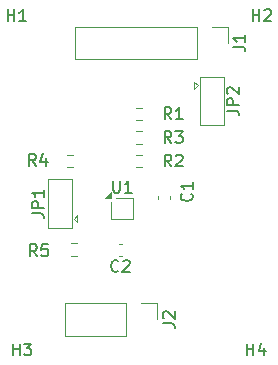
<source format=gbr>
%TF.GenerationSoftware,KiCad,Pcbnew,9.0.3*%
%TF.CreationDate,2025-08-01T20:51:34+05:30*%
%TF.ProjectId,BQ27621-G1_Breakout_Board_v1,42513237-3632-4312-9d47-315f42726561,rev?*%
%TF.SameCoordinates,Original*%
%TF.FileFunction,Legend,Top*%
%TF.FilePolarity,Positive*%
%FSLAX46Y46*%
G04 Gerber Fmt 4.6, Leading zero omitted, Abs format (unit mm)*
G04 Created by KiCad (PCBNEW 9.0.3) date 2025-08-01 20:51:34*
%MOMM*%
%LPD*%
G01*
G04 APERTURE LIST*
%ADD10C,0.150000*%
%ADD11C,0.120000*%
G04 APERTURE END LIST*
D10*
X148614819Y-83883333D02*
X149329104Y-83883333D01*
X149329104Y-83883333D02*
X149471961Y-83930952D01*
X149471961Y-83930952D02*
X149567200Y-84026190D01*
X149567200Y-84026190D02*
X149614819Y-84169047D01*
X149614819Y-84169047D02*
X149614819Y-84264285D01*
X149614819Y-82883333D02*
X149614819Y-83454761D01*
X149614819Y-83169047D02*
X148614819Y-83169047D01*
X148614819Y-83169047D02*
X148757676Y-83264285D01*
X148757676Y-83264285D02*
X148852914Y-83359523D01*
X148852914Y-83359523D02*
X148900533Y-83454761D01*
X143358333Y-90004819D02*
X143025000Y-89528628D01*
X142786905Y-90004819D02*
X142786905Y-89004819D01*
X142786905Y-89004819D02*
X143167857Y-89004819D01*
X143167857Y-89004819D02*
X143263095Y-89052438D01*
X143263095Y-89052438D02*
X143310714Y-89100057D01*
X143310714Y-89100057D02*
X143358333Y-89195295D01*
X143358333Y-89195295D02*
X143358333Y-89338152D01*
X143358333Y-89338152D02*
X143310714Y-89433390D01*
X143310714Y-89433390D02*
X143263095Y-89481009D01*
X143263095Y-89481009D02*
X143167857Y-89528628D01*
X143167857Y-89528628D02*
X142786905Y-89528628D01*
X144310714Y-90004819D02*
X143739286Y-90004819D01*
X144025000Y-90004819D02*
X144025000Y-89004819D01*
X144025000Y-89004819D02*
X143929762Y-89147676D01*
X143929762Y-89147676D02*
X143834524Y-89242914D01*
X143834524Y-89242914D02*
X143739286Y-89290533D01*
X148054819Y-89283333D02*
X148769104Y-89283333D01*
X148769104Y-89283333D02*
X148911961Y-89330952D01*
X148911961Y-89330952D02*
X149007200Y-89426190D01*
X149007200Y-89426190D02*
X149054819Y-89569047D01*
X149054819Y-89569047D02*
X149054819Y-89664285D01*
X149054819Y-88807142D02*
X148054819Y-88807142D01*
X148054819Y-88807142D02*
X148054819Y-88426190D01*
X148054819Y-88426190D02*
X148102438Y-88330952D01*
X148102438Y-88330952D02*
X148150057Y-88283333D01*
X148150057Y-88283333D02*
X148245295Y-88235714D01*
X148245295Y-88235714D02*
X148388152Y-88235714D01*
X148388152Y-88235714D02*
X148483390Y-88283333D01*
X148483390Y-88283333D02*
X148531009Y-88330952D01*
X148531009Y-88330952D02*
X148578628Y-88426190D01*
X148578628Y-88426190D02*
X148578628Y-88807142D01*
X148150057Y-87854761D02*
X148102438Y-87807142D01*
X148102438Y-87807142D02*
X148054819Y-87711904D01*
X148054819Y-87711904D02*
X148054819Y-87473809D01*
X148054819Y-87473809D02*
X148102438Y-87378571D01*
X148102438Y-87378571D02*
X148150057Y-87330952D01*
X148150057Y-87330952D02*
X148245295Y-87283333D01*
X148245295Y-87283333D02*
X148340533Y-87283333D01*
X148340533Y-87283333D02*
X148483390Y-87330952D01*
X148483390Y-87330952D02*
X149054819Y-87902380D01*
X149054819Y-87902380D02*
X149054819Y-87283333D01*
X149738095Y-110004819D02*
X149738095Y-109004819D01*
X149738095Y-109481009D02*
X150309523Y-109481009D01*
X150309523Y-110004819D02*
X150309523Y-109004819D01*
X151214285Y-109338152D02*
X151214285Y-110004819D01*
X150976190Y-108957200D02*
X150738095Y-109671485D01*
X150738095Y-109671485D02*
X151357142Y-109671485D01*
X131883333Y-93954819D02*
X131550000Y-93478628D01*
X131311905Y-93954819D02*
X131311905Y-92954819D01*
X131311905Y-92954819D02*
X131692857Y-92954819D01*
X131692857Y-92954819D02*
X131788095Y-93002438D01*
X131788095Y-93002438D02*
X131835714Y-93050057D01*
X131835714Y-93050057D02*
X131883333Y-93145295D01*
X131883333Y-93145295D02*
X131883333Y-93288152D01*
X131883333Y-93288152D02*
X131835714Y-93383390D01*
X131835714Y-93383390D02*
X131788095Y-93431009D01*
X131788095Y-93431009D02*
X131692857Y-93478628D01*
X131692857Y-93478628D02*
X131311905Y-93478628D01*
X132740476Y-93288152D02*
X132740476Y-93954819D01*
X132502381Y-92907200D02*
X132264286Y-93621485D01*
X132264286Y-93621485D02*
X132883333Y-93621485D01*
X145059580Y-96316666D02*
X145107200Y-96364285D01*
X145107200Y-96364285D02*
X145154819Y-96507142D01*
X145154819Y-96507142D02*
X145154819Y-96602380D01*
X145154819Y-96602380D02*
X145107200Y-96745237D01*
X145107200Y-96745237D02*
X145011961Y-96840475D01*
X145011961Y-96840475D02*
X144916723Y-96888094D01*
X144916723Y-96888094D02*
X144726247Y-96935713D01*
X144726247Y-96935713D02*
X144583390Y-96935713D01*
X144583390Y-96935713D02*
X144392914Y-96888094D01*
X144392914Y-96888094D02*
X144297676Y-96840475D01*
X144297676Y-96840475D02*
X144202438Y-96745237D01*
X144202438Y-96745237D02*
X144154819Y-96602380D01*
X144154819Y-96602380D02*
X144154819Y-96507142D01*
X144154819Y-96507142D02*
X144202438Y-96364285D01*
X144202438Y-96364285D02*
X144250057Y-96316666D01*
X145154819Y-95364285D02*
X145154819Y-95935713D01*
X145154819Y-95649999D02*
X144154819Y-95649999D01*
X144154819Y-95649999D02*
X144297676Y-95745237D01*
X144297676Y-95745237D02*
X144392914Y-95840475D01*
X144392914Y-95840475D02*
X144440533Y-95935713D01*
X131983333Y-101604819D02*
X131650000Y-101128628D01*
X131411905Y-101604819D02*
X131411905Y-100604819D01*
X131411905Y-100604819D02*
X131792857Y-100604819D01*
X131792857Y-100604819D02*
X131888095Y-100652438D01*
X131888095Y-100652438D02*
X131935714Y-100700057D01*
X131935714Y-100700057D02*
X131983333Y-100795295D01*
X131983333Y-100795295D02*
X131983333Y-100938152D01*
X131983333Y-100938152D02*
X131935714Y-101033390D01*
X131935714Y-101033390D02*
X131888095Y-101081009D01*
X131888095Y-101081009D02*
X131792857Y-101128628D01*
X131792857Y-101128628D02*
X131411905Y-101128628D01*
X132888095Y-100604819D02*
X132411905Y-100604819D01*
X132411905Y-100604819D02*
X132364286Y-101081009D01*
X132364286Y-101081009D02*
X132411905Y-101033390D01*
X132411905Y-101033390D02*
X132507143Y-100985771D01*
X132507143Y-100985771D02*
X132745238Y-100985771D01*
X132745238Y-100985771D02*
X132840476Y-101033390D01*
X132840476Y-101033390D02*
X132888095Y-101081009D01*
X132888095Y-101081009D02*
X132935714Y-101176247D01*
X132935714Y-101176247D02*
X132935714Y-101414342D01*
X132935714Y-101414342D02*
X132888095Y-101509580D01*
X132888095Y-101509580D02*
X132840476Y-101557200D01*
X132840476Y-101557200D02*
X132745238Y-101604819D01*
X132745238Y-101604819D02*
X132507143Y-101604819D01*
X132507143Y-101604819D02*
X132411905Y-101557200D01*
X132411905Y-101557200D02*
X132364286Y-101509580D01*
X129938095Y-110004819D02*
X129938095Y-109004819D01*
X129938095Y-109481009D02*
X130509523Y-109481009D01*
X130509523Y-110004819D02*
X130509523Y-109004819D01*
X130890476Y-109004819D02*
X131509523Y-109004819D01*
X131509523Y-109004819D02*
X131176190Y-109385771D01*
X131176190Y-109385771D02*
X131319047Y-109385771D01*
X131319047Y-109385771D02*
X131414285Y-109433390D01*
X131414285Y-109433390D02*
X131461904Y-109481009D01*
X131461904Y-109481009D02*
X131509523Y-109576247D01*
X131509523Y-109576247D02*
X131509523Y-109814342D01*
X131509523Y-109814342D02*
X131461904Y-109909580D01*
X131461904Y-109909580D02*
X131414285Y-109957200D01*
X131414285Y-109957200D02*
X131319047Y-110004819D01*
X131319047Y-110004819D02*
X131033333Y-110004819D01*
X131033333Y-110004819D02*
X130938095Y-109957200D01*
X130938095Y-109957200D02*
X130890476Y-109909580D01*
X131562319Y-97983333D02*
X132276604Y-97983333D01*
X132276604Y-97983333D02*
X132419461Y-98030952D01*
X132419461Y-98030952D02*
X132514700Y-98126190D01*
X132514700Y-98126190D02*
X132562319Y-98269047D01*
X132562319Y-98269047D02*
X132562319Y-98364285D01*
X132562319Y-97507142D02*
X131562319Y-97507142D01*
X131562319Y-97507142D02*
X131562319Y-97126190D01*
X131562319Y-97126190D02*
X131609938Y-97030952D01*
X131609938Y-97030952D02*
X131657557Y-96983333D01*
X131657557Y-96983333D02*
X131752795Y-96935714D01*
X131752795Y-96935714D02*
X131895652Y-96935714D01*
X131895652Y-96935714D02*
X131990890Y-96983333D01*
X131990890Y-96983333D02*
X132038509Y-97030952D01*
X132038509Y-97030952D02*
X132086128Y-97126190D01*
X132086128Y-97126190D02*
X132086128Y-97507142D01*
X132562319Y-95983333D02*
X132562319Y-96554761D01*
X132562319Y-96269047D02*
X131562319Y-96269047D01*
X131562319Y-96269047D02*
X131705176Y-96364285D01*
X131705176Y-96364285D02*
X131800414Y-96459523D01*
X131800414Y-96459523D02*
X131848033Y-96554761D01*
X129488095Y-81704819D02*
X129488095Y-80704819D01*
X129488095Y-81181009D02*
X130059523Y-81181009D01*
X130059523Y-81704819D02*
X130059523Y-80704819D01*
X131059523Y-81704819D02*
X130488095Y-81704819D01*
X130773809Y-81704819D02*
X130773809Y-80704819D01*
X130773809Y-80704819D02*
X130678571Y-80847676D01*
X130678571Y-80847676D02*
X130583333Y-80942914D01*
X130583333Y-80942914D02*
X130488095Y-80990533D01*
X138438095Y-95214819D02*
X138438095Y-96024342D01*
X138438095Y-96024342D02*
X138485714Y-96119580D01*
X138485714Y-96119580D02*
X138533333Y-96167200D01*
X138533333Y-96167200D02*
X138628571Y-96214819D01*
X138628571Y-96214819D02*
X138819047Y-96214819D01*
X138819047Y-96214819D02*
X138914285Y-96167200D01*
X138914285Y-96167200D02*
X138961904Y-96119580D01*
X138961904Y-96119580D02*
X139009523Y-96024342D01*
X139009523Y-96024342D02*
X139009523Y-95214819D01*
X140009523Y-96214819D02*
X139438095Y-96214819D01*
X139723809Y-96214819D02*
X139723809Y-95214819D01*
X139723809Y-95214819D02*
X139628571Y-95357676D01*
X139628571Y-95357676D02*
X139533333Y-95452914D01*
X139533333Y-95452914D02*
X139438095Y-95500533D01*
X142634819Y-107283333D02*
X143349104Y-107283333D01*
X143349104Y-107283333D02*
X143491961Y-107330952D01*
X143491961Y-107330952D02*
X143587200Y-107426190D01*
X143587200Y-107426190D02*
X143634819Y-107569047D01*
X143634819Y-107569047D02*
X143634819Y-107664285D01*
X142730057Y-106854761D02*
X142682438Y-106807142D01*
X142682438Y-106807142D02*
X142634819Y-106711904D01*
X142634819Y-106711904D02*
X142634819Y-106473809D01*
X142634819Y-106473809D02*
X142682438Y-106378571D01*
X142682438Y-106378571D02*
X142730057Y-106330952D01*
X142730057Y-106330952D02*
X142825295Y-106283333D01*
X142825295Y-106283333D02*
X142920533Y-106283333D01*
X142920533Y-106283333D02*
X143063390Y-106330952D01*
X143063390Y-106330952D02*
X143634819Y-106902380D01*
X143634819Y-106902380D02*
X143634819Y-106283333D01*
X143358333Y-94004819D02*
X143025000Y-93528628D01*
X142786905Y-94004819D02*
X142786905Y-93004819D01*
X142786905Y-93004819D02*
X143167857Y-93004819D01*
X143167857Y-93004819D02*
X143263095Y-93052438D01*
X143263095Y-93052438D02*
X143310714Y-93100057D01*
X143310714Y-93100057D02*
X143358333Y-93195295D01*
X143358333Y-93195295D02*
X143358333Y-93338152D01*
X143358333Y-93338152D02*
X143310714Y-93433390D01*
X143310714Y-93433390D02*
X143263095Y-93481009D01*
X143263095Y-93481009D02*
X143167857Y-93528628D01*
X143167857Y-93528628D02*
X142786905Y-93528628D01*
X143739286Y-93100057D02*
X143786905Y-93052438D01*
X143786905Y-93052438D02*
X143882143Y-93004819D01*
X143882143Y-93004819D02*
X144120238Y-93004819D01*
X144120238Y-93004819D02*
X144215476Y-93052438D01*
X144215476Y-93052438D02*
X144263095Y-93100057D01*
X144263095Y-93100057D02*
X144310714Y-93195295D01*
X144310714Y-93195295D02*
X144310714Y-93290533D01*
X144310714Y-93290533D02*
X144263095Y-93433390D01*
X144263095Y-93433390D02*
X143691667Y-94004819D01*
X143691667Y-94004819D02*
X144310714Y-94004819D01*
X138883333Y-102839580D02*
X138835714Y-102887200D01*
X138835714Y-102887200D02*
X138692857Y-102934819D01*
X138692857Y-102934819D02*
X138597619Y-102934819D01*
X138597619Y-102934819D02*
X138454762Y-102887200D01*
X138454762Y-102887200D02*
X138359524Y-102791961D01*
X138359524Y-102791961D02*
X138311905Y-102696723D01*
X138311905Y-102696723D02*
X138264286Y-102506247D01*
X138264286Y-102506247D02*
X138264286Y-102363390D01*
X138264286Y-102363390D02*
X138311905Y-102172914D01*
X138311905Y-102172914D02*
X138359524Y-102077676D01*
X138359524Y-102077676D02*
X138454762Y-101982438D01*
X138454762Y-101982438D02*
X138597619Y-101934819D01*
X138597619Y-101934819D02*
X138692857Y-101934819D01*
X138692857Y-101934819D02*
X138835714Y-101982438D01*
X138835714Y-101982438D02*
X138883333Y-102030057D01*
X139264286Y-102030057D02*
X139311905Y-101982438D01*
X139311905Y-101982438D02*
X139407143Y-101934819D01*
X139407143Y-101934819D02*
X139645238Y-101934819D01*
X139645238Y-101934819D02*
X139740476Y-101982438D01*
X139740476Y-101982438D02*
X139788095Y-102030057D01*
X139788095Y-102030057D02*
X139835714Y-102125295D01*
X139835714Y-102125295D02*
X139835714Y-102220533D01*
X139835714Y-102220533D02*
X139788095Y-102363390D01*
X139788095Y-102363390D02*
X139216667Y-102934819D01*
X139216667Y-102934819D02*
X139835714Y-102934819D01*
X150238095Y-81704819D02*
X150238095Y-80704819D01*
X150238095Y-81181009D02*
X150809523Y-81181009D01*
X150809523Y-81704819D02*
X150809523Y-80704819D01*
X151238095Y-80800057D02*
X151285714Y-80752438D01*
X151285714Y-80752438D02*
X151380952Y-80704819D01*
X151380952Y-80704819D02*
X151619047Y-80704819D01*
X151619047Y-80704819D02*
X151714285Y-80752438D01*
X151714285Y-80752438D02*
X151761904Y-80800057D01*
X151761904Y-80800057D02*
X151809523Y-80895295D01*
X151809523Y-80895295D02*
X151809523Y-80990533D01*
X151809523Y-80990533D02*
X151761904Y-81133390D01*
X151761904Y-81133390D02*
X151190476Y-81704819D01*
X151190476Y-81704819D02*
X151809523Y-81704819D01*
X143358333Y-92004819D02*
X143025000Y-91528628D01*
X142786905Y-92004819D02*
X142786905Y-91004819D01*
X142786905Y-91004819D02*
X143167857Y-91004819D01*
X143167857Y-91004819D02*
X143263095Y-91052438D01*
X143263095Y-91052438D02*
X143310714Y-91100057D01*
X143310714Y-91100057D02*
X143358333Y-91195295D01*
X143358333Y-91195295D02*
X143358333Y-91338152D01*
X143358333Y-91338152D02*
X143310714Y-91433390D01*
X143310714Y-91433390D02*
X143263095Y-91481009D01*
X143263095Y-91481009D02*
X143167857Y-91528628D01*
X143167857Y-91528628D02*
X142786905Y-91528628D01*
X143691667Y-91004819D02*
X144310714Y-91004819D01*
X144310714Y-91004819D02*
X143977381Y-91385771D01*
X143977381Y-91385771D02*
X144120238Y-91385771D01*
X144120238Y-91385771D02*
X144215476Y-91433390D01*
X144215476Y-91433390D02*
X144263095Y-91481009D01*
X144263095Y-91481009D02*
X144310714Y-91576247D01*
X144310714Y-91576247D02*
X144310714Y-91814342D01*
X144310714Y-91814342D02*
X144263095Y-91909580D01*
X144263095Y-91909580D02*
X144215476Y-91957200D01*
X144215476Y-91957200D02*
X144120238Y-92004819D01*
X144120238Y-92004819D02*
X143834524Y-92004819D01*
X143834524Y-92004819D02*
X143739286Y-91957200D01*
X143739286Y-91957200D02*
X143691667Y-91909580D01*
D11*
%TO.C,J1*%
X135240000Y-82170000D02*
X135240000Y-84930000D01*
X145510000Y-82170000D02*
X135240000Y-82170000D01*
X145510000Y-82170000D02*
X145510000Y-84930000D01*
X145510000Y-84930000D02*
X135240000Y-84930000D01*
X146780000Y-82170000D02*
X148160000Y-82170000D01*
X148160000Y-82170000D02*
X148160000Y-83550000D01*
%TO.C,R1*%
X140867224Y-89027500D02*
X140357776Y-89027500D01*
X140867224Y-90072500D02*
X140357776Y-90072500D01*
%TO.C,JP2*%
X145300000Y-86850000D02*
X145300000Y-87450000D01*
X145600000Y-87150000D02*
X145300000Y-86850000D01*
X145600000Y-87150000D02*
X145300000Y-87450000D01*
X145800000Y-86400000D02*
X147800000Y-86400000D01*
X145800000Y-90500000D02*
X145800000Y-86400000D01*
X147800000Y-86400000D02*
X147800000Y-90500000D01*
X147800000Y-90500000D02*
X145800000Y-90500000D01*
%TO.C,R4*%
X135042224Y-93027500D02*
X134532776Y-93027500D01*
X135042224Y-94072500D02*
X134532776Y-94072500D01*
%TO.C,C1*%
X142190000Y-96796267D02*
X142190000Y-96503733D01*
X143210000Y-96796267D02*
X143210000Y-96503733D01*
%TO.C,R5*%
X134832776Y-100527500D02*
X135342224Y-100527500D01*
X134832776Y-101572500D02*
X135342224Y-101572500D01*
%TO.C,JP1*%
X132907500Y-95100000D02*
X134907500Y-95100000D01*
X132907500Y-99200000D02*
X132907500Y-95100000D01*
X134907500Y-95100000D02*
X134907500Y-99200000D01*
X134907500Y-99200000D02*
X132907500Y-99200000D01*
X135107500Y-98450000D02*
X135407500Y-98150000D01*
X135107500Y-98450000D02*
X135407500Y-98750000D01*
X135407500Y-98750000D02*
X135407500Y-98150000D01*
%TO.C,U1*%
X138280000Y-98450000D02*
X138280000Y-97045000D01*
X138675000Y-96650000D02*
X140120000Y-96650000D01*
X140120000Y-96650000D02*
X140120000Y-98450000D01*
X140120000Y-98450000D02*
X138280000Y-98450000D01*
X138280000Y-96650000D02*
X137780000Y-96650000D01*
X138280000Y-96150000D01*
X138280000Y-96650000D01*
G36*
X138280000Y-96650000D02*
G01*
X137780000Y-96650000D01*
X138280000Y-96150000D01*
X138280000Y-96650000D01*
G37*
%TO.C,J2*%
X134340000Y-105570000D02*
X134340000Y-108330000D01*
X139530000Y-105570000D02*
X134340000Y-105570000D01*
X139530000Y-105570000D02*
X139530000Y-108330000D01*
X139530000Y-108330000D02*
X134340000Y-108330000D01*
X140800000Y-105570000D02*
X142180000Y-105570000D01*
X142180000Y-105570000D02*
X142180000Y-106950000D01*
%TO.C,R2*%
X140867224Y-93027500D02*
X140357776Y-93027500D01*
X140867224Y-94072500D02*
X140357776Y-94072500D01*
%TO.C,C2*%
X139196267Y-100540000D02*
X138903733Y-100540000D01*
X139196267Y-101560000D02*
X138903733Y-101560000D01*
%TO.C,R3*%
X140867224Y-91027500D02*
X140357776Y-91027500D01*
X140867224Y-92072500D02*
X140357776Y-92072500D01*
%TD*%
M02*

</source>
